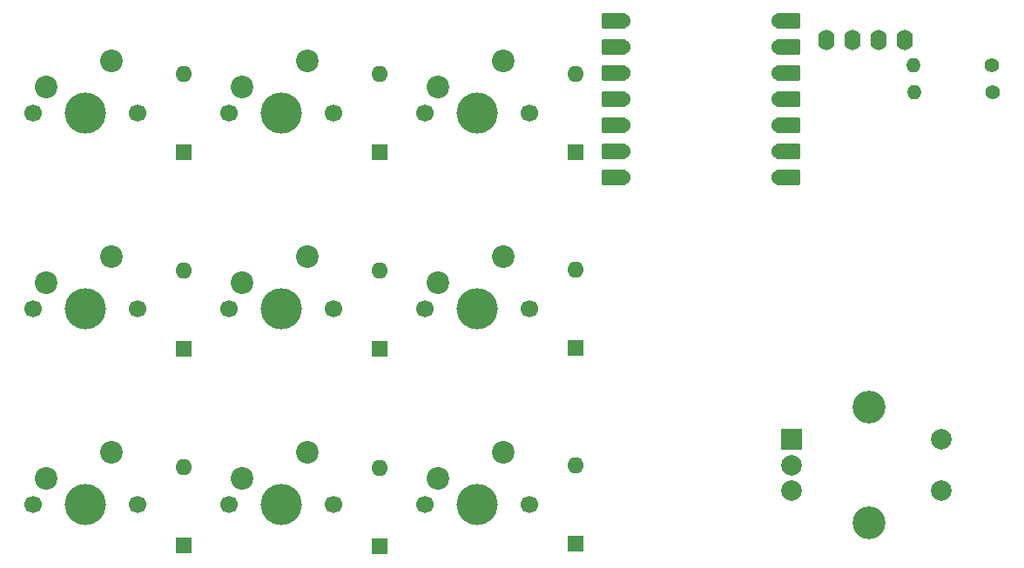
<source format=gbs>
%TF.GenerationSoftware,KiCad,Pcbnew,9.0.0*%
%TF.CreationDate,2025-03-01T22:53:14+02:00*%
%TF.ProjectId,hackpad,6861636b-7061-4642-9e6b-696361645f70,rev?*%
%TF.SameCoordinates,Original*%
%TF.FileFunction,Soldermask,Bot*%
%TF.FilePolarity,Negative*%
%FSLAX46Y46*%
G04 Gerber Fmt 4.6, Leading zero omitted, Abs format (unit mm)*
G04 Created by KiCad (PCBNEW 9.0.0) date 2025-03-01 22:53:14*
%MOMM*%
%LPD*%
G01*
G04 APERTURE LIST*
G04 Aperture macros list*
%AMRoundRect*
0 Rectangle with rounded corners*
0 $1 Rounding radius*
0 $2 $3 $4 $5 $6 $7 $8 $9 X,Y pos of 4 corners*
0 Add a 4 corners polygon primitive as box body*
4,1,4,$2,$3,$4,$5,$6,$7,$8,$9,$2,$3,0*
0 Add four circle primitives for the rounded corners*
1,1,$1+$1,$2,$3*
1,1,$1+$1,$4,$5*
1,1,$1+$1,$6,$7*
1,1,$1+$1,$8,$9*
0 Add four rect primitives between the rounded corners*
20,1,$1+$1,$2,$3,$4,$5,0*
20,1,$1+$1,$4,$5,$6,$7,0*
20,1,$1+$1,$6,$7,$8,$9,0*
20,1,$1+$1,$8,$9,$2,$3,0*%
G04 Aperture macros list end*
%ADD10R,2.000000X2.000000*%
%ADD11C,2.000000*%
%ADD12C,3.200000*%
%ADD13C,1.700000*%
%ADD14C,4.000000*%
%ADD15C,2.200000*%
%ADD16O,1.600000X2.000000*%
%ADD17R,1.600000X1.600000*%
%ADD18O,1.600000X1.600000*%
%ADD19C,1.400000*%
%ADD20O,1.400000X1.400000*%
%ADD21RoundRect,0.152400X-1.063600X-0.609600X1.063600X-0.609600X1.063600X0.609600X-1.063600X0.609600X0*%
%ADD22C,1.524000*%
%ADD23RoundRect,0.152400X1.063600X0.609600X-1.063600X0.609600X-1.063600X-0.609600X1.063600X-0.609600X0*%
G04 APERTURE END LIST*
D10*
X237750000Y-103200000D03*
D11*
X237750000Y-108200000D03*
X237750000Y-105700000D03*
D12*
X245250000Y-100100000D03*
X245250000Y-111300000D03*
D11*
X252250000Y-108200000D03*
X252250000Y-103200000D03*
D13*
X183038750Y-90487500D03*
D14*
X188118750Y-90487500D03*
D13*
X193198750Y-90487500D03*
D15*
X190658750Y-85407500D03*
X184308750Y-87947500D03*
D13*
X202088750Y-90487500D03*
D14*
X207168750Y-90487500D03*
D13*
X212248750Y-90487500D03*
D15*
X209708750Y-85407500D03*
X203358750Y-87947500D03*
D13*
X183038750Y-109537500D03*
D14*
X188118750Y-109537500D03*
D13*
X193198750Y-109537500D03*
D15*
X190658750Y-104457500D03*
X184308750Y-106997500D03*
D16*
X241080000Y-64350000D03*
X243620000Y-64350000D03*
X246160000Y-64350000D03*
X248700000Y-64350000D03*
D13*
X202088750Y-71437500D03*
D14*
X207168750Y-71437500D03*
D13*
X212248750Y-71437500D03*
D15*
X209708750Y-66357500D03*
X203358750Y-68897500D03*
D13*
X163988750Y-109537500D03*
D14*
X169068750Y-109537500D03*
D13*
X174148750Y-109537500D03*
D15*
X171608750Y-104457500D03*
X165258750Y-106997500D03*
D13*
X202088750Y-109537500D03*
D14*
X207168750Y-109537500D03*
D13*
X212248750Y-109537500D03*
D15*
X209708750Y-104457500D03*
X203358750Y-106997500D03*
D13*
X163988750Y-90487500D03*
D14*
X169068750Y-90487500D03*
D13*
X174148750Y-90487500D03*
D15*
X171608750Y-85407500D03*
X165258750Y-87947500D03*
D13*
X183038750Y-71437500D03*
D14*
X188118750Y-71437500D03*
D13*
X193198750Y-71437500D03*
D15*
X190658750Y-66357500D03*
X184308750Y-68897500D03*
D13*
X163988750Y-71437500D03*
D14*
X169068750Y-71437500D03*
D13*
X174148750Y-71437500D03*
D15*
X171608750Y-66357500D03*
X165258750Y-68897500D03*
D17*
X178593750Y-94378750D03*
D18*
X178593750Y-86758750D03*
D17*
X178593750Y-75247500D03*
D18*
X178593750Y-67627500D03*
D17*
X197643750Y-113610000D03*
D18*
X197643750Y-105990000D03*
D17*
X197643750Y-94428750D03*
D18*
X197643750Y-86808750D03*
D17*
X216693750Y-113347500D03*
D18*
X216693750Y-105727500D03*
D19*
X257310000Y-69400000D03*
D20*
X249690000Y-69400000D03*
D17*
X197643750Y-75247500D03*
D18*
X197643750Y-67627500D03*
D17*
X216693750Y-94297500D03*
D18*
X216693750Y-86677500D03*
D17*
X178593750Y-113510000D03*
D18*
X178593750Y-105890000D03*
D19*
X257210000Y-66800000D03*
D20*
X249590000Y-66800000D03*
D17*
X216693750Y-75247500D03*
D18*
X216693750Y-67627500D03*
D21*
X237375000Y-62500000D03*
D22*
X236540000Y-62500000D03*
D21*
X237375000Y-65040000D03*
D22*
X236540000Y-65040000D03*
D21*
X237375000Y-67580000D03*
D22*
X236540000Y-67580000D03*
D21*
X237375000Y-70120000D03*
D22*
X236540000Y-70120000D03*
D21*
X237375000Y-72660000D03*
D22*
X236540000Y-72660000D03*
D21*
X237375000Y-75200000D03*
D22*
X236540000Y-75200000D03*
D21*
X237375000Y-77740000D03*
D22*
X236540000Y-77740000D03*
X221300000Y-77740000D03*
D23*
X220465000Y-77740000D03*
D22*
X221300000Y-75200000D03*
D23*
X220465000Y-75200000D03*
D22*
X221300000Y-72660000D03*
D23*
X220465000Y-72660000D03*
D22*
X221300000Y-70120000D03*
D23*
X220465000Y-70120000D03*
D22*
X221300000Y-67580000D03*
D23*
X220465000Y-67580000D03*
D22*
X221300000Y-65040000D03*
D23*
X220465000Y-65040000D03*
D22*
X221300000Y-62500000D03*
D23*
X220465000Y-62500000D03*
M02*

</source>
